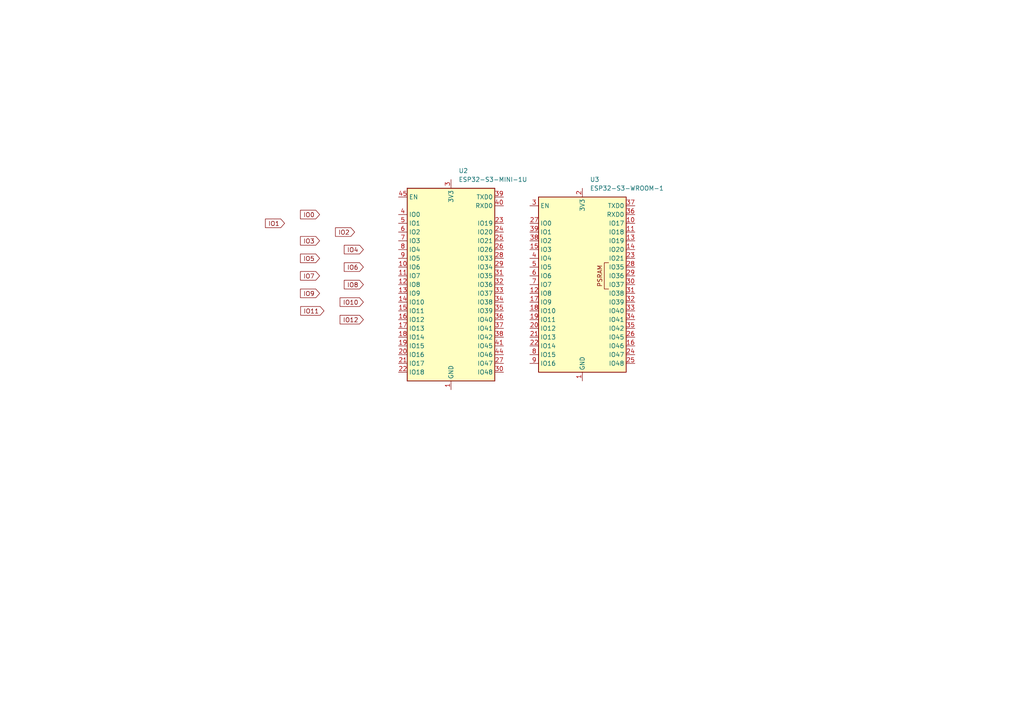
<source format=kicad_sch>
(kicad_sch (version 20231120) (generator "eeschema") (generator_version "8.0")
  (paper "A4")
  (lib_symbols
    (symbol "MCU_Espressif:ESP32-S3-MINI-1U"
      (property "Reference" "U" (at -11.43 29.21 0))
      (property "Value" "ESP32-S3-MINI-1U" (at 12.7 29.21 0))
      (symbol "ESP32-S3-MINI-1U_0_1"
        (rectangle (start -12.7 27.94) (end 12.7 -27.94) (stroke (width 0.254)) (fill (type background)))
      )
      (symbol "ESP32-S3-MINI-1U_1_1"
        (pin power_in line (at 0 -30.48 90) (length 2.54) (name "GND") (number "1"))
        (pin bidirectional line (at -15.24 5.08 0) (length 2.54) (name "IO6") (number "10"))
        (pin bidirectional line (at -15.24 2.54 0) (length 2.54) (name "IO7") (number "11"))
        (pin bidirectional line (at -15.24 0 0) (length 2.54) (name "IO8") (number "12"))
        (pin bidirectional line (at -15.24 -2.54 0) (length 2.54) (name "IO9") (number "13"))
        (pin bidirectional line (at -15.24 -5.08 0) (length 2.54) (name "IO10") (number "14"))
        (pin bidirectional line (at -15.24 -7.62 0) (length 2.54) (name "IO11") (number "15"))
        (pin bidirectional line (at -15.24 -10.16 0) (length 2.54) (name "IO12") (number "16"))
        (pin bidirectional line (at -15.24 -12.7 0) (length 2.54) (name "IO13") (number "17"))
        (pin bidirectional line (at -15.24 -15.24 0) (length 2.54) (name "IO14") (number "18"))
        (pin bidirectional line (at -15.24 -17.78 0) (length 2.54) (name "IO15") (number "19"))
        (pin passive line (at 0 -30.48 90) (length 2.54) hide (name "GND") (number "2"))
        (pin bidirectional line (at -15.24 -20.32 0) (length 2.54) (name "IO16") (number "20"))
        (pin bidirectional line (at -15.24 -22.86 0) (length 2.54) (name "IO17") (number "21"))
        (pin bidirectional line (at -15.24 -25.4 0) (length 2.54) (name "IO18") (number "22"))
        (pin bidirectional line (at 15.24 17.78 180) (length 2.54) (name "IO19") (number "23"))
        (pin bidirectional line (at 15.24 15.24 180) (length 2.54) (name "IO20") (number "24"))
        (pin bidirectional line (at 15.24 12.7 180) (length 2.54) (name "IO21") (number "25"))
        (pin bidirectional line (at 15.24 10.16 180) (length 2.54) (name "IO26") (number "26"))
        (pin bidirectional line (at 15.24 -22.86 180) (length 2.54) (name "IO47") (number "27"))
        (pin bidirectional line (at 15.24 7.62 180) (length 2.54) (name "IO33") (number "28"))
        (pin bidirectional line (at 15.24 5.08 180) (length 2.54) (name "IO34") (number "29"))
        (pin power_in line (at 0 30.48 270) (length 2.54) (name "3V3") (number "3"))
        (pin bidirectional line (at 15.24 -25.4 180) (length 2.54) (name "IO48") (number "30"))
        (pin bidirectional line (at 15.24 2.54 180) (length 2.54) (name "IO35") (number "31"))
        (pin bidirectional line (at 15.24 0 180) (length 2.54) (name "IO36") (number "32"))
        (pin bidirectional line (at 15.24 -2.54 180) (length 2.54) (name "IO37") (number "33"))
        (pin bidirectional line (at 15.24 -5.08 180) (length 2.54) (name "IO38") (number "34"))
        (pin bidirectional line (at 15.24 -7.62 180) (length 2.54) (name "IO39") (number "35"))
        (pin bidirectional line (at 15.24 -10.16 180) (length 2.54) (name "IO40") (number "36"))
        (pin bidirectional line (at 15.24 -12.7 180) (length 2.54) (name "IO41") (number "37"))
        (pin bidirectional line (at 15.24 -15.24 180) (length 2.54) (name "IO42") (number "38"))
        (pin bidirectional line (at 15.24 25.4 180) (length 2.54) (name "TXD0") (number "39"))
        (pin bidirectional line (at -15.24 20.32 0) (length 2.54) (name "IO0") (number "4"))
        (pin bidirectional line (at 15.24 22.86 180) (length 2.54) (name "RXD0") (number "40"))
        (pin bidirectional line (at 15.24 -17.78 180) (length 2.54) (name "IO45") (number "41"))
        (pin passive line (at 0 -30.48 90) (length 2.54) hide (name "GND") (number "42"))
        (pin passive line (at 0 -30.48 90) (length 2.54) hide (name "GND") (number "43"))
        (pin bidirectional line (at 15.24 -20.32 180) (length 2.54) (name "IO46") (number "44"))
        (pin input line (at -15.24 25.4 0) (length 2.54) (name "EN") (number "45"))
        (pin passive line (at 0 -30.48 90) (length 2.54) hide (name "GND") (number "46"))
        (pin passive line (at 0 -30.48 90) (length 2.54) hide (name "GND") (number "47"))
        (pin passive line (at 0 -30.48 90) (length 2.54) hide (name "GND") (number "48"))
        (pin passive line (at 0 -30.48 90) (length 2.54) hide (name "GND") (number "49"))
        (pin bidirectional line (at -15.24 17.78 0) (length 2.54) (name "IO1") (number "5"))
        (pin passive line (at 0 -30.48 90) (length 2.54) hide (name "GND") (number "50"))
        (pin passive line (at 0 -30.48 90) (length 2.54) hide (name "GND") (number "51"))
        (pin passive line (at 0 -30.48 90) (length 2.54) hide (name "GND") (number "52"))
        (pin passive line (at 0 -30.48 90) (length 2.54) hide (name "GND") (number "53"))
        (pin passive line (at 0 -30.48 90) (length 2.54) hide (name "GND") (number "54"))
        (pin passive line (at 0 -30.48 90) (length 2.54) hide (name "GND") (number "55"))
        (pin passive line (at 0 -30.48 90) (length 2.54) hide (name "GND") (number "56"))
        (pin passive line (at 0 -30.48 90) (length 2.54) hide (name "GND") (number "57"))
        (pin passive line (at 0 -30.48 90) (length 2.54) hide (name "GND") (number "58"))
        (pin passive line (at 0 -30.48 90) (length 2.54) hide (name "GND") (number "59"))
        (pin bidirectional line (at -15.24 15.24 0) (length 2.54) (name "IO2") (number "6"))
        (pin passive line (at 0 -30.48 90) (length 2.54) hide (name "GND") (number "60"))
        (pin passive line (at 0 -30.48 90) (length 2.54) hide (name "GND") (number "61"))
        (pin passive line (at 0 -30.48 90) (length 2.54) hide (name "GND") (number "62"))
        (pin passive line (at 0 -30.48 90) (length 2.54) hide (name "GND") (number "63"))
        (pin passive line (at 0 -30.48 90) (length 2.54) hide (name "GND") (number "64"))
        (pin passive line (at 0 -30.48 90) (length 2.54) hide (name "GND") (number "65"))
        (pin bidirectional line (at -15.24 12.7 0) (length 2.54) (name "IO3") (number "7"))
        (pin bidirectional line (at -15.24 10.16 0) (length 2.54) (name "IO4") (number "8"))
        (pin bidirectional line (at -15.24 7.62 0) (length 2.54) (name "IO5") (number "9"))
      )
    )
    (symbol "RF_Module:ESP32-S3-WROOM-1"
      (property "Reference" "U" (at -12.7 26.67 0))
      (property "Value" "ESP32-S3-WROOM-1" (at 12.7 26.67 0))
      (symbol "ESP32-S3-WROOM-1_0_0"
        (rectangle (start -12.7 25.4) (end 12.7 -25.4) (stroke (width 0.254)) (fill (type background)))
        (text "PSRAM" (at 5.08 2.54 900) (effects (font (size 1.27 1.27))))
      )
      (symbol "ESP32-S3-WROOM-1_0_1"
        (polyline (pts (xy 7.62 -1.27) (xy 6.35 -1.27) (xy 6.35 6.35) (xy 7.62 6.35)))
      )
      (symbol "ESP32-S3-WROOM-1_1_1"
        (pin power_in line (at 0 -27.94 90) (length 2.54) (name "GND") (number "1"))
        (pin bidirectional line (at 15.24 17.78 180) (length 2.54) (name "IO17") (number "10"))
        (pin bidirectional line (at 15.24 15.24 180) (length 2.54) (name "IO18") (number "11"))
        (pin bidirectional line (at -15.24 -2.54 0) (length 2.54) (name "IO8") (number "12"))
        (pin bidirectional line (at 15.24 12.7 180) (length 2.54) (name "IO19") (number "13"))
        (pin bidirectional line (at 15.24 10.16 180) (length 2.54) (name "IO20") (number "14"))
        (pin bidirectional line (at -15.24 10.16 0) (length 2.54) (name "IO3") (number "15"))
        (pin bidirectional line (at 15.24 -17.78 180) (length 2.54) (name "IO46") (number "16"))
        (pin bidirectional line (at -15.24 -5.08 0) (length 2.54) (name "IO9") (number "17"))
        (pin bidirectional line (at -15.24 -7.62 0) (length 2.54) (name "IO10") (number "18"))
        (pin bidirectional line (at -15.24 -10.16 0) (length 2.54) (name "IO11") (number "19"))
        (pin power_in line (at 0 27.94 270) (length 2.54) (name "3V3") (number "2"))
        (pin bidirectional line (at -15.24 -12.7 0) (length 2.54) (name "IO12") (number "20"))
        (pin bidirectional line (at -15.24 -15.24 0) (length 2.54) (name "IO13") (number "21"))
        (pin bidirectional line (at -15.24 -17.78 0) (length 2.54) (name "IO14") (number "22"))
        (pin bidirectional line (at 15.24 7.62 180) (length 2.54) (name "IO21") (number "23"))
        (pin bidirectional line (at 15.24 -20.32 180) (length 2.54) (name "IO47") (number "24"))
        (pin bidirectional line (at 15.24 -22.86 180) (length 2.54) (name "IO48") (number "25"))
        (pin bidirectional line (at 15.24 -15.24 180) (length 2.54) (name "IO45") (number "26"))
        (pin bidirectional line (at -15.24 17.78 0) (length 2.54) (name "IO0") (number "27"))
        (pin bidirectional line (at 15.24 5.08 180) (length 2.54) (name "IO35") (number "28"))
        (pin bidirectional line (at 15.24 2.54 180) (length 2.54) (name "IO36") (number "29"))
        (pin input line (at -15.24 22.86 0) (length 2.54) (name "EN") (number "3"))
        (pin bidirectional line (at 15.24 0 180) (length 2.54) (name "IO37") (number "30"))
        (pin bidirectional line (at 15.24 -2.54 180) (length 2.54) (name "IO38") (number "31"))
        (pin bidirectional line (at 15.24 -5.08 180) (length 2.54) (name "IO39") (number "32"))
        (pin bidirectional line (at 15.24 -7.62 180) (length 2.54) (name "IO40") (number "33"))
        (pin bidirectional line (at 15.24 -10.16 180) (length 2.54) (name "IO41") (number "34"))
        (pin bidirectional line (at 15.24 -12.7 180) (length 2.54) (name "IO42") (number "35"))
        (pin bidirectional line (at 15.24 20.32 180) (length 2.54) (name "RXD0") (number "36"))
        (pin bidirectional line (at 15.24 22.86 180) (length 2.54) (name "TXD0") (number "37"))
        (pin bidirectional line (at -15.24 12.7 0) (length 2.54) (name "IO2") (number "38"))
        (pin bidirectional line (at -15.24 15.24 0) (length 2.54) (name "IO1") (number "39"))
        (pin bidirectional line (at -15.24 7.62 0) (length 2.54) (name "IO4") (number "4"))
        (pin passive line (at 0 -27.94 90) (length 2.54) hide (name "GND") (number "40"))
        (pin passive line (at 0 -27.94 90) (length 2.54) hide (name "GND") (number "41"))
        (pin bidirectional line (at -15.24 5.08 0) (length 2.54) (name "IO5") (number "5"))
        (pin bidirectional line (at -15.24 2.54 0) (length 2.54) (name "IO6") (number "6"))
        (pin bidirectional line (at -15.24 0 0) (length 2.54) (name "IO7") (number "7"))
        (pin bidirectional line (at -15.24 -20.32 0) (length 2.54) (name "IO15") (number "8"))
        (pin bidirectional line (at -15.24 -22.86 0) (length 2.54) (name "IO16") (number "9"))
      )
    )
  )
  (global_label "IO1" (shape input) (at 82.55 64.77 180) (property "Intersheetrefs" "${INTERSHEET_REFS}" (effects (hide yes))))
  (global_label "IO12" (shape input) (at 105.41 92.71 180) (property "Intersheetrefs" "${INTERSHEET_REFS}" (effects (hide yes))))
  (global_label "IO3" (shape input) (at 92.71 69.85 180) (property "Intersheetrefs" "${INTERSHEET_REFS}" (effects (hide yes))))
  (global_label "IO0" (shape input) (at 92.71 62.23 180) (property "Intersheetrefs" "${INTERSHEET_REFS}" (effects (hide yes))))
  (global_label "IO6" (shape input) (at 105.41 77.47 180) (property "Intersheetrefs" "${INTERSHEET_REFS}" (effects (hide yes))))
  (global_label "IO5" (shape input) (at 92.71 74.93 180) (property "Intersheetrefs" "${INTERSHEET_REFS}" (effects (hide yes))))
  (global_label "IO11" (shape input) (at 93.98 90.17 180) (property "Intersheetrefs" "${INTERSHEET_REFS}" (effects (hide yes))))
  (global_label "IO9" (shape input) (at 92.71 85.09 180) (property "Intersheetrefs" "${INTERSHEET_REFS}" (effects (hide yes))))
  (global_label "IO10" (shape input) (at 105.41 87.63 180) (property "Intersheetrefs" "${INTERSHEET_REFS}" (effects (hide yes))))
  (global_label "IO8" (shape input) (at 105.41 82.55 180) (property "Intersheetrefs" "${INTERSHEET_REFS}" (effects (hide yes))))
  (global_label "IO7" (shape input) (at 92.71 80.01 180) (property "Intersheetrefs" "${INTERSHEET_REFS}" (effects (hide yes))))
  (global_label "IO2" (shape input) (at 102.87 67.31 180) (property "Intersheetrefs" "${INTERSHEET_REFS}" (effects (hide yes))))
  (global_label "IO4" (shape input) (at 105.41 72.39 180) (property "Intersheetrefs" "${INTERSHEET_REFS}" (effects (hide yes))))
  (symbol (lib_id "MCU_Espressif:ESP32-S3-MINI-1U") (at 130.81 82.55 0) (unit 1)
    (property "Reference" "U2" (at 133.0041 49.53 0) (effects (justify left)))
    (property "Value" "ESP32-S3-MINI-1U" (at 133.0041 52.07 0) (effects (justify left)))
    (property "Footprint" "RF_Module:ESP32-S2-MINI-1U" (effects (hide yes)))
    (property "Datasheet" "https://www.espressif.com/sites/default/files/documentation/esp32-s3-mini-1_mini-1u_datasheet_en.pdf" (effects (hide yes)))
    (property "Description" "RF Module, ESP32-S3 SoC, Wi-Fi 802.11b/g/n, Bluetooth, BLE, 32-bit, 3.3V, SMD, external antenna" (effects (hide yes)))
  )
  (symbol (lib_id "RF_Module:ESP32-S3-WROOM-1") (at 168.91 82.55 0) (unit 1)
    (property "Reference" "U3" (at 171.1041 52.07 0) (effects (justify left)))
    (property "Value" "ESP32-S3-WROOM-1" (at 171.1041 54.61 0) (effects (justify left)))
    (property "Footprint" "RF_Module:ESP32-S3-WROOM-1" (effects (hide yes)))
    (property "Datasheet" "https://www.espressif.com/sites/default/files/documentation/esp32-s3-wroom-1_wroom-1u_datasheet_en.pdf" (effects (hide yes)))
    (property "Description" "RF Module, ESP32-S3 SoC, Wi-Fi 802.11b/g/n, Bluetooth, BLE, 32-bit, 3.3V, onboard antenna, SMD" (effects (hide yes)))
  )
)
</source>
